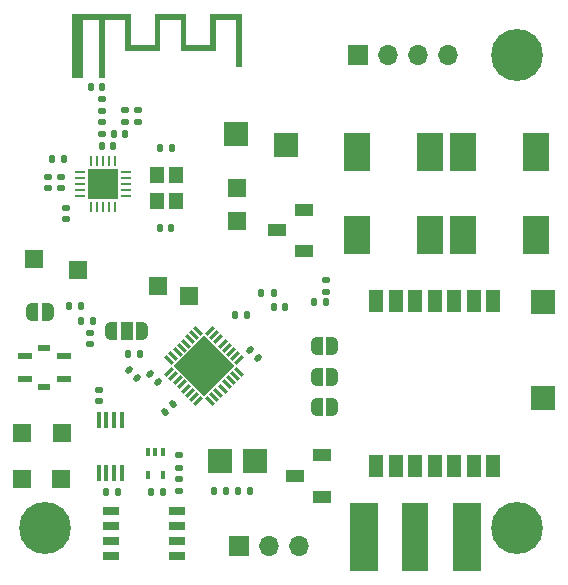
<source format=gbr>
%TF.GenerationSoftware,KiCad,Pcbnew,8.0.2*%
%TF.CreationDate,2024-07-16T14:46:28-07:00*%
%TF.ProjectId,sensor-node-rev-2,73656e73-6f72-42d6-9e6f-64652d726576,rev?*%
%TF.SameCoordinates,Original*%
%TF.FileFunction,Soldermask,Top*%
%TF.FilePolarity,Negative*%
%FSLAX46Y46*%
G04 Gerber Fmt 4.6, Leading zero omitted, Abs format (unit mm)*
G04 Created by KiCad (PCBNEW 8.0.2) date 2024-07-16 14:46:28*
%MOMM*%
%LPD*%
G01*
G04 APERTURE LIST*
G04 Aperture macros list*
%AMRoundRect*
0 Rectangle with rounded corners*
0 $1 Rounding radius*
0 $2 $3 $4 $5 $6 $7 $8 $9 X,Y pos of 4 corners*
0 Add a 4 corners polygon primitive as box body*
4,1,4,$2,$3,$4,$5,$6,$7,$8,$9,$2,$3,0*
0 Add four circle primitives for the rounded corners*
1,1,$1+$1,$2,$3*
1,1,$1+$1,$4,$5*
1,1,$1+$1,$6,$7*
1,1,$1+$1,$8,$9*
0 Add four rect primitives between the rounded corners*
20,1,$1+$1,$2,$3,$4,$5,0*
20,1,$1+$1,$4,$5,$6,$7,0*
20,1,$1+$1,$6,$7,$8,$9,0*
20,1,$1+$1,$8,$9,$2,$3,0*%
%AMRotRect*
0 Rectangle, with rotation*
0 The origin of the aperture is its center*
0 $1 length*
0 $2 width*
0 $3 Rotation angle, in degrees counterclockwise*
0 Add horizontal line*
21,1,$1,$2,0,0,$3*%
%AMFreePoly0*
4,1,19,0.500000,-0.750000,0.000000,-0.750000,0.000000,-0.744911,-0.071157,-0.744911,-0.207708,-0.704816,-0.327430,-0.627875,-0.420627,-0.520320,-0.479746,-0.390866,-0.500000,-0.250000,-0.500000,0.250000,-0.479746,0.390866,-0.420627,0.520320,-0.327430,0.627875,-0.207708,0.704816,-0.071157,0.744911,0.000000,0.744911,0.000000,0.750000,0.500000,0.750000,0.500000,-0.750000,0.500000,-0.750000,
$1*%
%AMFreePoly1*
4,1,19,0.000000,0.744911,0.071157,0.744911,0.207708,0.704816,0.327430,0.627875,0.420627,0.520320,0.479746,0.390866,0.500000,0.250000,0.500000,-0.250000,0.479746,-0.390866,0.420627,-0.520320,0.327430,-0.627875,0.207708,-0.704816,0.071157,-0.744911,0.000000,-0.744911,0.000000,-0.750000,-0.500000,-0.750000,-0.500000,0.750000,0.000000,0.750000,0.000000,0.744911,0.000000,0.744911,
$1*%
%AMFreePoly2*
4,1,42,2.449995,2.499318,4.449995,2.499318,4.450011,5.140000,7.150006,5.140000,7.149995,2.499318,9.149995,2.499318,9.150002,5.140000,11.849997,5.140000,11.849997,0.700004,11.349998,0.700004,11.349995,4.639318,9.650001,4.628901,9.650001,2.000001,6.650007,2.000001,6.649995,4.639318,4.949995,4.639318,4.950010,2.000001,1.949991,2.000001,1.949995,4.639318,0.249994,4.639518,
0.249994,0.200030,0.250000,0.200000,0.250000,-0.200000,0.246194,-0.219134,0.235355,-0.235355,0.219134,-0.246194,0.200000,-0.250000,0.000000,-0.250000,-0.200000,-0.250000,-0.219134,-0.246194,-0.235355,-0.235355,-0.246194,-0.219134,-0.250000,-0.200000,-0.250000,0.150018,-0.250005,0.150018,-0.250005,4.639518,-1.650002,4.639518,-1.650002,-0.249982,-2.550000,-0.249982,-2.550000,5.140000,
2.449990,5.140000,2.449995,2.499318,2.449995,2.499318,$1*%
%AMFreePoly3*
4,1,19,0.550000,-0.750000,0.000000,-0.750000,0.000000,-0.744911,-0.071157,-0.744911,-0.207708,-0.704816,-0.327430,-0.627875,-0.420627,-0.520320,-0.479746,-0.390866,-0.500000,-0.250000,-0.500000,0.250000,-0.479746,0.390866,-0.420627,0.520320,-0.327430,0.627875,-0.207708,0.704816,-0.071157,0.744911,0.000000,0.744911,0.000000,0.750000,0.550000,0.750000,0.550000,-0.750000,0.550000,-0.750000,
$1*%
%AMFreePoly4*
4,1,19,0.000000,0.744911,0.071157,0.744911,0.207708,0.704816,0.327430,0.627875,0.420627,0.520320,0.479746,0.390866,0.500000,0.250000,0.500000,-0.250000,0.479746,-0.390866,0.420627,-0.520320,0.327430,-0.627875,0.207708,-0.704816,0.071157,-0.744911,0.000000,-0.744911,0.000000,-0.750000,-0.550000,-0.750000,-0.550000,0.750000,0.000000,0.750000,0.000000,0.744911,0.000000,0.744911,
$1*%
G04 Aperture macros list end*
%ADD10R,2.000000X2.000000*%
%ADD11RoundRect,0.135000X0.185000X-0.135000X0.185000X0.135000X-0.185000X0.135000X-0.185000X-0.135000X0*%
%ADD12RoundRect,0.140000X0.140000X0.170000X-0.140000X0.170000X-0.140000X-0.170000X0.140000X-0.170000X0*%
%ADD13RoundRect,0.100000X-0.100000X0.225000X-0.100000X-0.225000X0.100000X-0.225000X0.100000X0.225000X0*%
%ADD14R,1.270000X1.905000*%
%ADD15FreePoly0,0.000000*%
%ADD16FreePoly1,0.000000*%
%ADD17R,1.500000X1.500000*%
%ADD18RoundRect,0.135000X0.135000X0.185000X-0.135000X0.185000X-0.135000X-0.185000X0.135000X-0.185000X0*%
%ADD19RoundRect,0.140000X-0.219203X-0.021213X-0.021213X-0.219203X0.219203X0.021213X0.021213X0.219203X0*%
%ADD20RoundRect,0.140000X-0.170000X0.140000X-0.170000X-0.140000X0.170000X-0.140000X0.170000X0.140000X0*%
%ADD21RotRect,0.300000X0.850000X135.000000*%
%ADD22RotRect,0.300000X0.850000X45.000000*%
%ADD23RotRect,3.700000X3.700000X45.000000*%
%ADD24RoundRect,0.140000X0.170000X-0.140000X0.170000X0.140000X-0.170000X0.140000X-0.170000X-0.140000X0*%
%ADD25RoundRect,0.140000X-0.021213X0.219203X-0.219203X0.021213X0.021213X-0.219203X0.219203X-0.021213X0*%
%ADD26RoundRect,0.140000X0.219203X0.021213X0.021213X0.219203X-0.219203X-0.021213X-0.021213X-0.219203X0*%
%ADD27R,1.250000X0.600000*%
%ADD28R,1.000000X0.500000*%
%ADD29RoundRect,0.062500X0.062500X-0.350000X0.062500X0.350000X-0.062500X0.350000X-0.062500X-0.350000X0*%
%ADD30RoundRect,0.062500X0.350000X-0.062500X0.350000X0.062500X-0.350000X0.062500X-0.350000X-0.062500X0*%
%ADD31R,2.500000X2.500000*%
%ADD32RoundRect,0.147500X0.147500X0.172500X-0.147500X0.172500X-0.147500X-0.172500X0.147500X-0.172500X0*%
%ADD33R,0.450000X1.450000*%
%ADD34RoundRect,0.135000X-0.135000X-0.185000X0.135000X-0.185000X0.135000X0.185000X-0.135000X0.185000X0*%
%ADD35R,1.150000X1.400000*%
%ADD36FreePoly2,0.000000*%
%ADD37RoundRect,0.140000X-0.140000X-0.170000X0.140000X-0.170000X0.140000X0.170000X-0.140000X0.170000X0*%
%ADD38RoundRect,0.147500X0.172500X-0.147500X0.172500X0.147500X-0.172500X0.147500X-0.172500X-0.147500X0*%
%ADD39RoundRect,0.147500X-0.147500X-0.172500X0.147500X-0.172500X0.147500X0.172500X-0.147500X0.172500X0*%
%ADD40R,2.300000X3.200000*%
%ADD41RoundRect,0.135000X-0.185000X0.135000X-0.185000X-0.135000X0.185000X-0.135000X0.185000X0.135000X0*%
%ADD42R,1.700000X1.700000*%
%ADD43O,1.700000X1.700000*%
%ADD44C,4.400000*%
%ADD45R,2.286000X5.842000*%
%ADD46R,2.413000X5.842000*%
%ADD47FreePoly3,0.000000*%
%ADD48R,1.000000X1.500000*%
%ADD49FreePoly4,0.000000*%
%ADD50R,1.600000X1.000000*%
%ADD51R,1.450000X0.700000*%
G04 APERTURE END LIST*
D10*
%TO.C,TP18*%
X120650000Y-121400000D03*
%TD*%
D11*
%TO.C,R11*%
X89900000Y-137410000D03*
X89900000Y-136390000D03*
%TD*%
D12*
%TO.C,C10*%
X89180000Y-115100000D03*
X88220000Y-115100000D03*
%TD*%
D13*
%TO.C,U4*%
X88500000Y-134115000D03*
X87850000Y-134115000D03*
X87200000Y-134115000D03*
X87200000Y-136015000D03*
X88500000Y-136015000D03*
%TD*%
D14*
%TO.C,PS1*%
X106577000Y-135254000D03*
X108228000Y-135254000D03*
X109879000Y-135254000D03*
X111530000Y-135254000D03*
X113181000Y-135254000D03*
X114832000Y-135254000D03*
X116483000Y-135254000D03*
X116483000Y-121284000D03*
X114832000Y-121284000D03*
X113181000Y-121284000D03*
X111530000Y-121284000D03*
X109879000Y-121284000D03*
X108228000Y-121284000D03*
X106577000Y-121284000D03*
%TD*%
D15*
%TO.C,JP9*%
X101550000Y-130300000D03*
D16*
X102850000Y-130300000D03*
%TD*%
D10*
%TO.C,TP17*%
X94720000Y-107110000D03*
%TD*%
D17*
%TO.C,TP11*%
X76600000Y-136400000D03*
%TD*%
D18*
%TO.C,R13*%
X84710000Y-137445000D03*
X83690000Y-137445000D03*
%TD*%
D17*
%TO.C,TP1*%
X88050000Y-120030000D03*
%TD*%
D19*
%TO.C,C4*%
X95900589Y-125450589D03*
X96579411Y-126129411D03*
%TD*%
D18*
%TO.C,R5*%
X82560000Y-122950000D03*
X81540000Y-122950000D03*
%TD*%
D20*
%TO.C,C9*%
X80250000Y-113390000D03*
X80250000Y-114350000D03*
%TD*%
D11*
%TO.C,R14*%
X89900000Y-135390000D03*
X89900000Y-134370000D03*
%TD*%
D21*
%TO.C,U1*%
X89030152Y-127294975D03*
X89383705Y-127648528D03*
X89737258Y-128002082D03*
X90090812Y-128355635D03*
X90444365Y-128709188D03*
X90797918Y-129062742D03*
X91151472Y-129416295D03*
X91505025Y-129769848D03*
D22*
X92494975Y-129769848D03*
X92848528Y-129416295D03*
X93202082Y-129062742D03*
X93555635Y-128709188D03*
X93909188Y-128355635D03*
X94262742Y-128002082D03*
X94616295Y-127648528D03*
X94969848Y-127294975D03*
D21*
X94969848Y-126305025D03*
X94616295Y-125951472D03*
X94262742Y-125597918D03*
X93909188Y-125244365D03*
X93555635Y-124890812D03*
X93202082Y-124537258D03*
X92848528Y-124183705D03*
X92494975Y-123830152D03*
D22*
X91505025Y-123830152D03*
X91151472Y-124183705D03*
X90797918Y-124537258D03*
X90444365Y-124890812D03*
X90090812Y-125244365D03*
X89737258Y-125597918D03*
X89383705Y-125951472D03*
X89030152Y-126305025D03*
D23*
X92000000Y-126800000D03*
%TD*%
D24*
%TO.C,C14*%
X78760000Y-111710000D03*
X78760000Y-110750000D03*
%TD*%
D25*
%TO.C,C2*%
X89389411Y-130010589D03*
X88710589Y-130689411D03*
%TD*%
D26*
%TO.C,C3*%
X88079411Y-128129411D03*
X87400589Y-127450589D03*
%TD*%
D27*
%TO.C,S4*%
X76835000Y-125910000D03*
X80085000Y-125910000D03*
X76835000Y-127910000D03*
X80085000Y-127910000D03*
D28*
X78460000Y-125260000D03*
X78460000Y-128560000D03*
%TD*%
D29*
%TO.C,U2*%
X82450000Y-113337500D03*
X82950000Y-113337500D03*
X83450000Y-113337500D03*
X83950000Y-113337500D03*
X84450000Y-113337500D03*
D30*
X85387500Y-112400000D03*
X85387500Y-111900000D03*
X85387500Y-111400000D03*
X85387500Y-110900000D03*
X85387500Y-110400000D03*
D29*
X84450000Y-109462500D03*
X83950000Y-109462500D03*
X83450000Y-109462500D03*
X82950000Y-109462500D03*
X82450000Y-109462500D03*
D30*
X81512500Y-110400000D03*
X81512500Y-110900000D03*
X81512500Y-111400000D03*
X81512500Y-111900000D03*
X81512500Y-112400000D03*
D31*
X83450000Y-111400000D03*
%TD*%
D12*
%TO.C,C23*%
X88480000Y-137500000D03*
X87520000Y-137500000D03*
%TD*%
D24*
%TO.C,C24*%
X83050000Y-129780000D03*
X83050000Y-128820000D03*
%TD*%
D15*
%TO.C,JP5*%
X101550000Y-125100000D03*
D16*
X102850000Y-125100000D03*
%TD*%
D18*
%TO.C,R1*%
X86535000Y-125775000D03*
X85515000Y-125775000D03*
%TD*%
D17*
%TO.C,TP6*%
X81300000Y-118650000D03*
%TD*%
%TO.C,TP9*%
X76600000Y-132500000D03*
%TD*%
%TO.C,TP3*%
X94800000Y-114475000D03*
%TD*%
D32*
%TO.C,D1*%
X98835000Y-121800000D03*
X97865000Y-121800000D03*
%TD*%
D33*
%TO.C,IC2*%
X83050000Y-135815000D03*
X83700000Y-135815000D03*
X84350000Y-135815000D03*
X85000000Y-135815000D03*
X85000000Y-131365000D03*
X84350000Y-131365000D03*
X83700000Y-131365000D03*
X83050000Y-131365000D03*
%TD*%
D34*
%TO.C,R2*%
X101290000Y-121400000D03*
X102310000Y-121400000D03*
%TD*%
D17*
%TO.C,TP12*%
X79950000Y-132500000D03*
%TD*%
D35*
%TO.C,Y1*%
X89627500Y-112837500D03*
X89627500Y-110637500D03*
X88027500Y-110637500D03*
X88027500Y-112837500D03*
%TD*%
D17*
%TO.C,TP5*%
X77550000Y-117750000D03*
%TD*%
D34*
%TO.C,R4*%
X96840000Y-120650000D03*
X97860000Y-120650000D03*
%TD*%
D36*
%TO.C,AE2*%
X83330000Y-102150000D03*
%TD*%
D18*
%TO.C,R8*%
X80140000Y-109250000D03*
X79120000Y-109250000D03*
%TD*%
D37*
%TO.C,C12*%
X88270000Y-108350000D03*
X89230000Y-108350000D03*
%TD*%
D38*
%TO.C,L3*%
X83327500Y-107122500D03*
X83327500Y-106152500D03*
%TD*%
D39*
%TO.C,D2*%
X80565000Y-121750000D03*
X81535000Y-121750000D03*
%TD*%
D10*
%TO.C,TP16*%
X120700000Y-129500000D03*
%TD*%
D40*
%TO.C,C8*%
X113900000Y-115700000D03*
X120100000Y-115700000D03*
%TD*%
D15*
%TO.C,JP6*%
X101550000Y-127700000D03*
D16*
X102850000Y-127700000D03*
%TD*%
D39*
%TO.C,L2*%
X84342500Y-107137500D03*
X85312500Y-107137500D03*
%TD*%
D41*
%TO.C,R3*%
X102300000Y-119490000D03*
X102300000Y-120510000D03*
%TD*%
D10*
%TO.C,TP14*%
X96300000Y-134800000D03*
%TD*%
D24*
%TO.C,C18*%
X86427500Y-106117500D03*
X86427500Y-105157500D03*
%TD*%
D42*
%TO.C,J2*%
X105000000Y-100500000D03*
D43*
X107540000Y-100500000D03*
X110080000Y-100500000D03*
X112620000Y-100500000D03*
%TD*%
D34*
%TO.C,R10*%
X94590000Y-122500000D03*
X95610000Y-122500000D03*
%TD*%
D40*
%TO.C,C6*%
X111100000Y-115700000D03*
X104900000Y-115700000D03*
%TD*%
D18*
%TO.C,R6*%
X93810000Y-137400000D03*
X92790000Y-137400000D03*
%TD*%
D40*
%TO.C,C5*%
X111100000Y-108700000D03*
X104900000Y-108700000D03*
%TD*%
D17*
%TO.C,TP2*%
X90700000Y-120850000D03*
%TD*%
D20*
%TO.C,C17*%
X85327500Y-105157500D03*
X85327500Y-106117500D03*
%TD*%
D24*
%TO.C,C15*%
X83320000Y-105170000D03*
X83320000Y-104210000D03*
%TD*%
D44*
%TO.C,H3*%
X118500000Y-100500000D03*
%TD*%
D24*
%TO.C,C22*%
X82300000Y-124930000D03*
X82300000Y-123970000D03*
%TD*%
D17*
%TO.C,TP4*%
X94800000Y-111750000D03*
%TD*%
D44*
%TO.C,H4*%
X118500000Y-140500000D03*
%TD*%
D45*
%TO.C,J3*%
X109875000Y-141235600D03*
D46*
X114256500Y-141235600D03*
X105493500Y-141235600D03*
%TD*%
D40*
%TO.C,C1*%
X113900000Y-108700000D03*
X120100000Y-108700000D03*
%TD*%
D26*
%TO.C,C7*%
X86339411Y-127839411D03*
X85660589Y-127160589D03*
%TD*%
D47*
%TO.C,JP2*%
X84125000Y-123825000D03*
D48*
X85425000Y-123825000D03*
D49*
X86725000Y-123825000D03*
%TD*%
D17*
%TO.C,TP10*%
X79900000Y-136400000D03*
%TD*%
D42*
%TO.C,J4*%
X94920000Y-142000000D03*
D43*
X97460000Y-142000000D03*
X100000000Y-142000000D03*
%TD*%
D24*
%TO.C,C13*%
X79890000Y-111710000D03*
X79890000Y-110750000D03*
%TD*%
D10*
%TO.C,TP13*%
X93300000Y-134800000D03*
%TD*%
D50*
%TO.C,S1*%
X101950000Y-137850000D03*
X99650000Y-136100000D03*
X101950000Y-134350000D03*
%TD*%
D44*
%TO.C,H2*%
X78500000Y-140500000D03*
%TD*%
D10*
%TO.C,TP15*%
X98900000Y-108100000D03*
%TD*%
D51*
%TO.C,IC1*%
X84100000Y-139045000D03*
X84100000Y-140315000D03*
X84100000Y-141585000D03*
X84100000Y-142855000D03*
X89700000Y-142855000D03*
X89700000Y-141585000D03*
X89700000Y-140315000D03*
X89700000Y-139045000D03*
%TD*%
D50*
%TO.C,S5*%
X100450000Y-117050000D03*
X98150000Y-115300000D03*
X100450000Y-113550000D03*
%TD*%
D39*
%TO.C,L1*%
X83342500Y-108190000D03*
X84312500Y-108190000D03*
%TD*%
D12*
%TO.C,C16*%
X83330000Y-103210000D03*
X82370000Y-103210000D03*
%TD*%
D15*
%TO.C,JP1*%
X77450000Y-122200000D03*
D16*
X78750000Y-122200000D03*
%TD*%
D18*
%TO.C,R7*%
X95910000Y-137400000D03*
X94890000Y-137400000D03*
%TD*%
M02*

</source>
